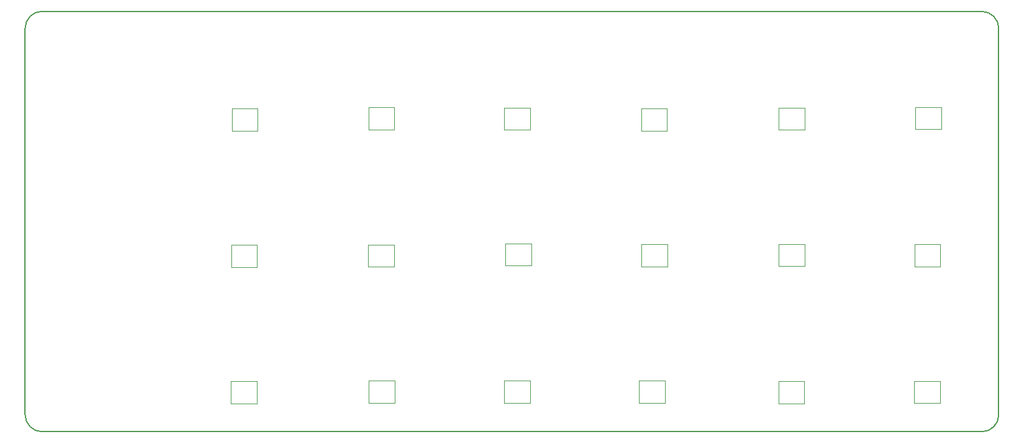
<source format=gm1>
G04 #@! TF.GenerationSoftware,KiCad,Pcbnew,(6.0.5)*
G04 #@! TF.CreationDate,2022-06-04T00:44:28+02:00*
G04 #@! TF.ProjectId,cheap_deck,63686561-705f-4646-9563-6b2e6b696361,3.0.1*
G04 #@! TF.SameCoordinates,Original*
G04 #@! TF.FileFunction,Profile,NP*
%FSLAX46Y46*%
G04 Gerber Fmt 4.6, Leading zero omitted, Abs format (unit mm)*
G04 Created by KiCad (PCBNEW (6.0.5)) date 2022-06-04 00:44:28*
%MOMM*%
%LPD*%
G01*
G04 APERTURE LIST*
G04 #@! TA.AperFunction,Profile*
%ADD10C,0.200000*%
G04 #@! TD*
G04 #@! TA.AperFunction,Profile*
%ADD11C,0.120000*%
G04 #@! TD*
G04 APERTURE END LIST*
D10*
X73288750Y-30123700D02*
G75*
G03*
X70907500Y-32505000I50J-2381300D01*
G01*
X73288750Y-30123750D02*
X204257500Y-30123750D01*
X206638750Y-32505000D02*
G75*
G03*
X204257500Y-30123750I-2381250J0D01*
G01*
X206638750Y-32505000D02*
X206638750Y-86480000D01*
X204257500Y-88861250D02*
G75*
G03*
X206638750Y-86480000I0J2381250D01*
G01*
X204257500Y-88861250D02*
X73288750Y-88861250D01*
X70907550Y-86480000D02*
G75*
G03*
X73288750Y-88861250I2381250J0D01*
G01*
X70907500Y-86480000D02*
X70907500Y-32505000D01*
D11*
X160102100Y-84815400D02*
X156502100Y-84815400D01*
X160102100Y-81715400D02*
X160102100Y-84815400D01*
X156502100Y-84815400D02*
X156502100Y-81715400D01*
X156502100Y-81715400D02*
X160102100Y-81715400D01*
X137680700Y-84815400D02*
X137680700Y-81715400D01*
X137680700Y-81715400D02*
X141280700Y-81715400D01*
X141280700Y-81715400D02*
X141280700Y-84815400D01*
X141280700Y-84815400D02*
X137680700Y-84815400D01*
X137883900Y-62563800D02*
X141483900Y-62563800D01*
X137883900Y-65663800D02*
X137883900Y-62563800D01*
X141483900Y-62563800D02*
X141483900Y-65663800D01*
X141483900Y-65663800D02*
X137883900Y-65663800D01*
X156826400Y-62705000D02*
X160426400Y-62705000D01*
X156826400Y-65805000D02*
X156826400Y-62705000D01*
X160426400Y-62705000D02*
X160426400Y-65805000D01*
X160426400Y-65805000D02*
X156826400Y-65805000D01*
X160406900Y-43717000D02*
X160406900Y-46817000D01*
X156806900Y-43717000D02*
X160406900Y-43717000D01*
X156806900Y-46817000D02*
X156806900Y-43717000D01*
X160406900Y-46817000D02*
X156806900Y-46817000D01*
X141280700Y-46702700D02*
X137680700Y-46702700D01*
X137680700Y-46702700D02*
X137680700Y-43602700D01*
X137680700Y-43602700D02*
X141280700Y-43602700D01*
X141280700Y-43602700D02*
X141280700Y-46702700D01*
X175920400Y-84904300D02*
X175920400Y-81804300D01*
X179520400Y-81804300D02*
X179520400Y-84904300D01*
X175920400Y-81804300D02*
X179520400Y-81804300D01*
X179520400Y-84904300D02*
X175920400Y-84904300D01*
X122428000Y-81755000D02*
X122428000Y-84855000D01*
X122428000Y-84855000D02*
X118828000Y-84855000D01*
X118828000Y-84855000D02*
X118828000Y-81755000D01*
X118828000Y-81755000D02*
X122428000Y-81755000D01*
X122345000Y-65828900D02*
X118745000Y-65828900D01*
X118745000Y-62728900D02*
X122345000Y-62728900D01*
X118745000Y-65828900D02*
X118745000Y-62728900D01*
X122345000Y-62728900D02*
X122345000Y-65828900D01*
X175971200Y-62652700D02*
X179571200Y-62652700D01*
X175971200Y-65752700D02*
X175971200Y-62652700D01*
X179571200Y-65752700D02*
X175971200Y-65752700D01*
X179571200Y-62652700D02*
X179571200Y-65752700D01*
X179558500Y-46702700D02*
X175958500Y-46702700D01*
X175958500Y-46702700D02*
X175958500Y-43602700D01*
X175958500Y-43602700D02*
X179558500Y-43602700D01*
X179558500Y-43602700D02*
X179558500Y-46702700D01*
X122370400Y-46664600D02*
X118770400Y-46664600D01*
X122370400Y-43564600D02*
X122370400Y-46664600D01*
X118770400Y-46664600D02*
X118770400Y-43564600D01*
X118770400Y-43564600D02*
X122370400Y-43564600D01*
X194856100Y-84866200D02*
X194856100Y-81766200D01*
X198456100Y-81766200D02*
X198456100Y-84866200D01*
X194856100Y-81766200D02*
X198456100Y-81766200D01*
X198456100Y-84866200D02*
X194856100Y-84866200D01*
X103206100Y-84929700D02*
X99606100Y-84929700D01*
X99606100Y-81829700D02*
X103206100Y-81829700D01*
X99606100Y-84929700D02*
X99606100Y-81829700D01*
X103206100Y-81829700D02*
X103206100Y-84929700D01*
X103231500Y-65857300D02*
X99631500Y-65857300D01*
X99631500Y-62757300D02*
X103231500Y-62757300D01*
X99631500Y-65857300D02*
X99631500Y-62757300D01*
X103231500Y-62757300D02*
X103231500Y-65857300D01*
X198506900Y-65781100D02*
X194906900Y-65781100D01*
X198506900Y-62681100D02*
X198506900Y-65781100D01*
X194906900Y-62681100D02*
X198506900Y-62681100D01*
X194906900Y-65781100D02*
X194906900Y-62681100D01*
X195015300Y-46615300D02*
X195015300Y-43515300D01*
X198615300Y-43515300D02*
X198615300Y-46615300D01*
X198615300Y-46615300D02*
X195015300Y-46615300D01*
X195015300Y-43515300D02*
X198615300Y-43515300D01*
X99720400Y-46817000D02*
X99720400Y-43717000D01*
X103320400Y-43717000D02*
X103320400Y-46817000D01*
X99720400Y-43717000D02*
X103320400Y-43717000D01*
X103320400Y-46817000D02*
X99720400Y-46817000D01*
M02*

</source>
